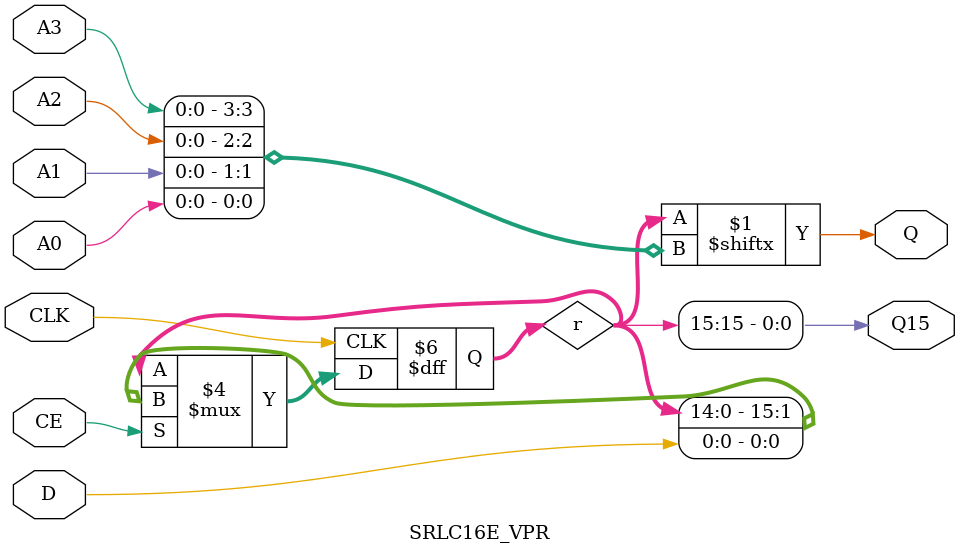
<source format=v>
module SRLC16E_VPR
(
input CLK, CE, D,
input A0, A1, A2, A3,
output Q, Q15
);
  parameter [15:0] INIT = 16'd0;
  parameter [0:0] IS_CLK_INVERTED = 1'b0;
  reg [15:0] r = INIT;
  assign Q15 = r[15];
  assign Q = r[{A3,A2,A1,A0}];
  generate
    if (IS_CLK_INVERTED) begin
      always @(negedge CLK) if (CE) r <= { r[14:0], D };
    end else begin
      always @(posedge CLK) if (CE) r <= { r[14:0], D };
    end
  endgenerate
endmodule
</source>
